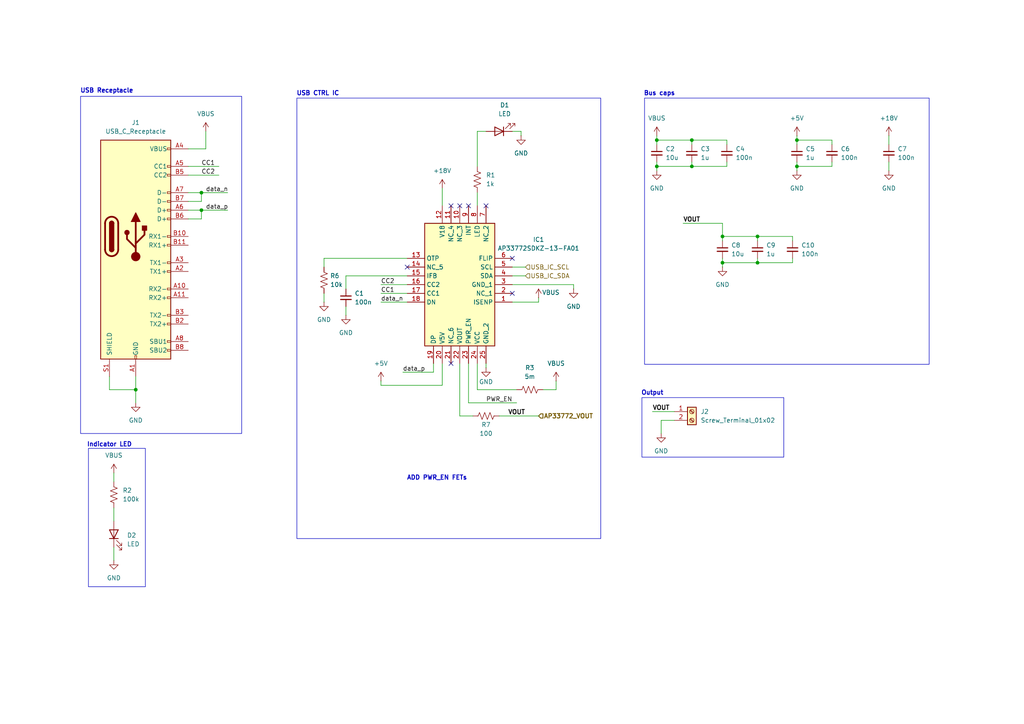
<source format=kicad_sch>
(kicad_sch (version 20250114) (generator "eeschema") (generator_version "9.0")
  (paper "A4")
  (lib_symbols
    (symbol "AP33772SDKZ-13-FA01:AP33772SDKZ-13-FA01"
      (property "Reference" "IC" (at 26.67 17.78 0))
      (property "Value" "AP33772SDKZ-13-FA01" (at 26.67 15.24 0))
      (symbol "AP33772SDKZ-13-FA01_1_1"
        (rectangle (start 5.08 12.7) (end 25.4 -22.86) (stroke (width 0.254)) (fill (type background)))
        (pin passive line (at 0 0 0) (length 5.08) (name "ISENP") (number "1"))
        (pin passive line (at 0 -2.54 0) (length 5.08) (name "NC_1") (number "2"))
        (pin passive line (at 0 -5.08 0) (length 5.08) (name "GND_1") (number "3"))
        (pin passive line (at 0 -7.62 0) (length 5.08) (name "SDA") (number "4"))
        (pin passive line (at 0 -10.16 0) (length 5.08) (name "SCL") (number "5"))
        (pin passive line (at 0 -12.7 0) (length 5.08) (name "FLIP") (number "6"))
        (pin passive line (at 7.62 17.78 270) (length 5.08) (name "GND_2") (number "25"))
        (pin passive line (at 7.62 -27.94 90) (length 5.08) (name "NC_2") (number "7"))
        (pin passive line (at 10.16 17.78 270) (length 5.08) (name "VCC") (number "24"))
        (pin passive line (at 10.16 -27.94 90) (length 5.08) (name "LED") (number "8"))
        (pin passive line (at 12.7 17.78 270) (length 5.08) (name "PWR_EN") (number "23"))
        (pin passive line (at 12.7 -27.94 90) (length 5.08) (name "INT") (number "9"))
        (pin passive line (at 15.24 17.78 270) (length 5.08) (name "VOUT") (number "22"))
        (pin passive line (at 15.24 -27.94 90) (length 5.08) (name "NC_3") (number "10"))
        (pin passive line (at 17.78 17.78 270) (length 5.08) (name "NC_6") (number "21"))
        (pin passive line (at 17.78 -27.94 90) (length 5.08) (name "NC_4") (number "11"))
        (pin passive line (at 20.32 17.78 270) (length 5.08) (name "V5V") (number "20"))
        (pin passive line (at 20.32 -27.94 90) (length 5.08) (name "V18") (number "12"))
        (pin passive line (at 22.86 17.78 270) (length 5.08) (name "DP") (number "19"))
        (pin passive line (at 30.48 0 180) (length 5.08) (name "DN") (number "18"))
        (pin passive line (at 30.48 -2.54 180) (length 5.08) (name "CC1") (number "17"))
        (pin passive line (at 30.48 -5.08 180) (length 5.08) (name "CC2") (number "16"))
        (pin passive line (at 30.48 -7.62 180) (length 5.08) (name "IFB") (number "15"))
        (pin passive line (at 30.48 -10.16 180) (length 5.08) (name "NC_5") (number "14"))
        (pin passive line (at 30.48 -12.7 180) (length 5.08) (name "OTP") (number "13"))
      )
    )
    (symbol "Connector:Screw_Terminal_01x02" (pin_names (offset 1.016) (hide yes))
      (property "Reference" "J" (at 0 2.54 0))
      (property "Value" "Screw_Terminal_01x02" (at 0 -5.08 0))
      (symbol "Screw_Terminal_01x02_1_1"
        (rectangle (start -1.27 1.27) (end 1.27 -3.81) (stroke (width 0.254)) (fill (type background)))
        (polyline (pts (xy -0.5334 0.3302) (xy 0.3302 -0.508)) (stroke (width 0.1524)))
        (polyline (pts (xy -0.5334 -2.2098) (xy 0.3302 -3.048)) (stroke (width 0.1524)))
        (polyline (pts (xy -0.3556 0.508) (xy 0.508 -0.3302)) (stroke (width 0.1524)))
        (polyline (pts (xy -0.3556 -2.032) (xy 0.508 -2.8702)) (stroke (width 0.1524)))
        (circle (center 0 0) (radius 0.635) (stroke (width 0.1524)))
        (circle (center 0 -2.54) (radius 0.635) (stroke (width 0.1524)))
        (pin passive line (at -5.08 0 0) (length 3.81) (name "Pin_1") (number "1"))
        (pin passive line (at -5.08 -2.54 0) (length 3.81) (name "Pin_2") (number "2"))
      )
    )
    (symbol "Connector:USB_C_Receptacle" (pin_names (offset 1.016))
      (property "Reference" "J" (at -10.16 29.21 0))
      (property "Value" "USB_C_Receptacle" (at 10.16 29.21 0))
      (symbol "USB_C_Receptacle_0_0"
        (rectangle (start -0.254 -35.56) (end 0.254 -34.544))
        (rectangle (start 10.16 25.654) (end 9.144 25.146))
        (rectangle (start 10.16 20.574) (end 9.144 20.066))
        (rectangle (start 10.16 18.034) (end 9.144 17.526))
        (rectangle (start 10.16 12.954) (end 9.144 12.446))
        (rectangle (start 10.16 10.414) (end 9.144 9.906))
        (rectangle (start 10.16 7.874) (end 9.144 7.366))
        (rectangle (start 10.16 5.334) (end 9.144 4.826))
        (rectangle (start 10.16 0.254) (end 9.144 -0.254))
        (rectangle (start 10.16 -2.286) (end 9.144 -2.794))
        (rectangle (start 10.16 -7.366) (end 9.144 -7.874))
        (rectangle (start 10.16 -9.906) (end 9.144 -10.414))
        (rectangle (start 10.16 -14.986) (end 9.144 -15.494))
        (rectangle (start 10.16 -17.526) (end 9.144 -18.034))
        (rectangle (start 10.16 -22.606) (end 9.144 -23.114))
        (rectangle (start 10.16 -25.146) (end 9.144 -25.654))
        (rectangle (start 10.16 -30.226) (end 9.144 -30.734))
        (rectangle (start 10.16 -32.766) (end 9.144 -33.274))
      )
      (symbol "USB_C_Receptacle_0_1"
        (rectangle (start -10.16 27.94) (end 10.16 -35.56) (stroke (width 0.254)) (fill (type background)))
        (polyline (pts (xy -8.89 -3.81) (xy -8.89 3.81)) (stroke (width 0.508)))
        (rectangle (start -7.62 -3.81) (end -6.35 3.81) (stroke (width 0.254)) (fill (type outline)))
        (arc (start -7.62 3.81) (mid -6.985 4.4423) (end -6.35 3.81) (stroke (width 0.254)))
        (arc (start -7.62 3.81) (mid -6.985 4.4423) (end -6.35 3.81) (stroke (width 0.254)) (fill (type outline)))
        (arc (start -8.89 3.81) (mid -6.985 5.7067) (end -5.08 3.81) (stroke (width 0.508)))
        (arc (start -5.08 -3.81) (mid -6.985 -5.7067) (end -8.89 -3.81) (stroke (width 0.508)))
        (arc (start -6.35 -3.81) (mid -6.985 -4.4423) (end -7.62 -3.81) (stroke (width 0.254)))
        (arc (start -6.35 -3.81) (mid -6.985 -4.4423) (end -7.62 -3.81) (stroke (width 0.254)) (fill (type outline)))
        (polyline (pts (xy -5.08 3.81) (xy -5.08 -3.81)) (stroke (width 0.508)))
      )
      (symbol "USB_C_Receptacle_1_1"
        (circle (center -2.54 1.143) (radius 0.635) (stroke (width 0.254)) (fill (type outline)))
        (polyline (pts (xy -1.27 4.318) (xy 0 6.858) (xy 1.27 4.318) (xy -1.27 4.318)) (stroke (width 0.254)) (fill (type outline)))
        (polyline (pts (xy 0 -2.032) (xy 2.54 0.508) (xy 2.54 1.778)) (stroke (width 0.508)))
        (polyline (pts (xy 0 -3.302) (xy -2.54 -0.762) (xy -2.54 0.508)) (stroke (width 0.508)))
        (polyline (pts (xy 0 -5.842) (xy 0 4.318)) (stroke (width 0.508)))
        (circle (center 0 -5.842) (radius 1.27) (fill (type outline)))
        (rectangle (start 1.905 1.778) (end 3.175 3.048) (stroke (width 0.254)) (fill (type outline)))
        (pin passive line (at -7.62 -40.64 90) (length 5.08) (name "SHIELD") (number "S1"))
        (pin passive line (at 0 -40.64 90) (length 5.08) (name "GND") (number "A1"))
        (pin passive line (at 0 -40.64 90) (length 5.08) (hide yes) (name "GND") (number "A12"))
        (pin passive line (at 0 -40.64 90) (length 5.08) (hide yes) (name "GND") (number "B1"))
        (pin passive line (at 0 -40.64 90) (length 5.08) (hide yes) (name "GND") (number "B12"))
        (pin passive line (at 15.24 25.4 180) (length 5.08) (name "VBUS") (number "A4"))
        (pin passive line (at 15.24 25.4 180) (length 5.08) (hide yes) (name "VBUS") (number "A9"))
        (pin passive line (at 15.24 25.4 180) (length 5.08) (hide yes) (name "VBUS") (number "B4"))
        (pin passive line (at 15.24 25.4 180) (length 5.08) (hide yes) (name "VBUS") (number "B9"))
        (pin bidirectional line (at 15.24 20.32 180) (length 5.08) (name "CC1") (number "A5"))
        (pin bidirectional line (at 15.24 17.78 180) (length 5.08) (name "CC2") (number "B5"))
        (pin bidirectional line (at 15.24 12.7 180) (length 5.08) (name "D-") (number "A7"))
        (pin bidirectional line (at 15.24 10.16 180) (length 5.08) (name "D-") (number "B7"))
        (pin bidirectional line (at 15.24 7.62 180) (length 5.08) (name "D+") (number "A6"))
        (pin bidirectional line (at 15.24 5.08 180) (length 5.08) (name "D+") (number "B6"))
        (pin bidirectional line (at 15.24 0 180) (length 5.08) (name "RX1-") (number "B10"))
        (pin bidirectional line (at 15.24 -2.54 180) (length 5.08) (name "RX1+") (number "B11"))
        (pin bidirectional line (at 15.24 -7.62 180) (length 5.08) (name "TX1-") (number "A3"))
        (pin bidirectional line (at 15.24 -10.16 180) (length 5.08) (name "TX1+") (number "A2"))
        (pin bidirectional line (at 15.24 -15.24 180) (length 5.08) (name "RX2-") (number "A10"))
        (pin bidirectional line (at 15.24 -17.78 180) (length 5.08) (name "RX2+") (number "A11"))
        (pin bidirectional line (at 15.24 -22.86 180) (length 5.08) (name "TX2-") (number "B3"))
        (pin bidirectional line (at 15.24 -25.4 180) (length 5.08) (name "TX2+") (number "B2"))
        (pin bidirectional line (at 15.24 -30.48 180) (length 5.08) (name "SBU1") (number "A8"))
        (pin bidirectional line (at 15.24 -33.02 180) (length 5.08) (name "SBU2") (number "B8"))
      )
    )
    (symbol "Device:C_Small" (pin_numbers (hide yes)) (pin_names (offset 0.254) (hide yes))
      (property "Reference" "C" (at 0.254 1.778 0))
      (property "Value" "C_Small" (at 0.254 -2.032 0))
      (symbol "C_Small_0_1"
        (polyline (pts (xy -1.524 0.508) (xy 1.524 0.508)) (stroke (width 0.3048)))
        (polyline (pts (xy -1.524 -0.508) (xy 1.524 -0.508)) (stroke (width 0.3302)))
      )
      (symbol "C_Small_1_1"
        (pin passive line (at 0 2.54 270) (length 2.032) (name "~") (number "1"))
        (pin passive line (at 0 -2.54 90) (length 2.032) (name "~") (number "2"))
      )
    )
    (symbol "Device:LED" (pin_numbers (hide yes)) (pin_names (offset 1.016) (hide yes))
      (property "Reference" "D" (at 0 2.54 0))
      (property "Value" "LED" (at 0 -2.54 0))
      (symbol "LED_0_1"
        (polyline (pts (xy -3.048 -0.762) (xy -4.572 -2.286) (xy -3.81 -2.286) (xy -4.572 -2.286) (xy -4.572 -1.524)))
        (polyline (pts (xy -1.778 -0.762) (xy -3.302 -2.286) (xy -2.54 -2.286) (xy -3.302 -2.286) (xy -3.302 -1.524)))
        (polyline (pts (xy -1.27 0) (xy 1.27 0)))
        (polyline (pts (xy -1.27 -1.27) (xy -1.27 1.27)) (stroke (width 0.254)))
        (polyline (pts (xy 1.27 -1.27) (xy 1.27 1.27) (xy -1.27 0) (xy 1.27 -1.27)) (stroke (width 0.254)))
      )
      (symbol "LED_1_1"
        (pin passive line (at -3.81 0 0) (length 2.54) (name "K") (number "1"))
        (pin passive line (at 3.81 0 180) (length 2.54) (name "A") (number "2"))
      )
    )
    (symbol "Device:R_US" (pin_numbers (hide yes)) (pin_names (offset 0))
      (property "Reference" "R" (at 2.54 0 90))
      (property "Value" "R_US" (at -2.54 0 90))
      (symbol "R_US_0_1"
        (polyline (pts (xy 0 2.286) (xy 0 2.54)))
        (polyline (pts (xy 0 2.286) (xy 1.016 1.905) (xy 0 1.524) (xy -1.016 1.143) (xy 0 0.762)))
        (polyline (pts (xy 0 0.762) (xy 1.016 0.381) (xy 0 0) (xy -1.016 -0.381) (xy 0 -0.762)))
        (polyline (pts (xy 0 -0.762) (xy 1.016 -1.143) (xy 0 -1.524) (xy -1.016 -1.905) (xy 0 -2.286)))
        (polyline (pts (xy 0 -2.286) (xy 0 -2.54)))
      )
      (symbol "R_US_1_1"
        (pin passive line (at 0 3.81 270) (length 1.27) (name "~") (number "1"))
        (pin passive line (at 0 -3.81 90) (length 1.27) (name "~") (number "2"))
      )
    )
    (symbol "power:+5V" (power) (pin_numbers (hide yes)) (pin_names (offset 0) (hide yes))
      (property "Value" "+5V" (at 0 3.556 0))
      (symbol "+5V_0_1"
        (polyline (pts (xy -0.762 1.27) (xy 0 2.54)))
        (polyline (pts (xy 0 2.54) (xy 0.762 1.27)))
        (polyline (pts (xy 0 0) (xy 0 2.54)))
      )
      (symbol "+5V_1_1"
        (pin power_in line (at 0 0 90) (length 0) (name "~") (number "1"))
      )
    )
    (symbol "power:GND" (power) (pin_numbers (hide yes)) (pin_names (offset 0) (hide yes))
      (property "Value" "GND" (at 0 -3.81 0))
      (symbol "GND_0_1"
        (polyline (pts (xy 0 0) (xy 0 -1.27) (xy 1.27 -1.27) (xy 0 -2.54) (xy -1.27 -1.27) (xy 0 -1.27)))
      )
      (symbol "GND_1_1"
        (pin power_in line (at 0 0 270) (length 0) (name "~") (number "1"))
      )
    )
    (symbol "power:VBUS" (power) (pin_numbers (hide yes)) (pin_names (offset 0) (hide yes))
      (property "Value" "VBUS" (at 0 3.556 0))
      (symbol "VBUS_0_1"
        (polyline (pts (xy -0.762 1.27) (xy 0 2.54)))
        (polyline (pts (xy 0 2.54) (xy 0.762 1.27)))
        (polyline (pts (xy 0 0) (xy 0 2.54)))
      )
      (symbol "VBUS_1_1"
        (pin power_in line (at 0 0 90) (length 0) (name "~") (number "1"))
      )
    )
  )
  (rectangle (start 23.368 27.94) (end 70.104 125.73))
  (rectangle (start 25.654 130.048) (end 42.164 170.18))
  (rectangle (start 186.182 115.316) (end 227.33 132.588))
  (rectangle (start 186.944 28.448) (end 269.494 105.664))
  (rectangle (start 86.106 28.448) (end 174.244 156.21))
  (text "ADD PWR_EN FETs\n" (at 126.746 138.684 0) (effects (font (size 1.27 1.27) (thickness 0.254) (bold yes))))
  (text "USB Receptacle\n" (at 30.988 26.416 0) (effects (font (size 1.27 1.27) (thickness 0.254) (bold yes))))
  (text "Indicator LED\n" (at 31.75 129.032 0) (effects (font (size 1.27 1.27) (thickness 0.254) (bold yes))))
  (text "Bus caps\n\n" (at 191.262 28.194 0) (effects (font (size 1.27 1.27) (thickness 0.254) (bold yes))))
  (text "USB CTRL IC\n" (at 92.202 27.178 0) (effects (font (size 1.27 1.27) (thickness 0.254) (bold yes))))
  (text "Output\n\n" (at 189.23 115.062 0) (effects (font (size 1.27 1.27) (thickness 0.254) (bold yes))))
  (junction (at 231.14 48.26))
  (junction (at 200.66 40.64))
  (junction (at 231.14 40.64))
  (junction (at 39.37 113.03))
  (junction (at 219.71 76.2))
  (junction (at 219.71 68.58))
  (junction (at 209.55 76.2))
  (junction (at 190.5 48.26))
  (junction (at 200.66 48.26))
  (junction (at 190.5 40.64))
  (junction (at 58.42 55.88))
  (junction (at 58.42 60.96))
  (junction (at 209.55 68.58))
  (no_connect (at 130.81 105.41))
  (no_connect (at 140.97 59.69))
  (no_connect (at 130.81 59.69))
  (no_connect (at 133.35 59.69))
  (no_connect (at 148.59 74.93))
  (no_connect (at 135.89 59.69))
  (no_connect (at 148.59 85.09))
  (no_connect (at 118.11 77.47))
  (wire (pts (xy 59.69 43.18) (xy 54.61 43.18)))
  (wire (pts (xy 110.49 82.55) (xy 118.11 82.55)))
  (wire (pts (xy 118.11 74.93) (xy 93.98 74.93)))
  (wire (pts (xy 54.61 63.5) (xy 58.42 63.5)))
  (wire (pts (xy 257.81 46.99) (xy 257.81 49.53)))
  (wire (pts (xy 257.81 39.37) (xy 257.81 41.91)))
  (wire (pts (xy 190.5 40.64) (xy 200.66 40.64)))
  (wire (pts (xy 110.49 85.09) (xy 118.11 85.09)))
  (wire (pts (xy 209.55 68.58) (xy 219.71 68.58)))
  (wire (pts (xy 54.61 60.96) (xy 58.42 60.96)))
  (wire (pts (xy 133.35 120.65) (xy 137.16 120.65)))
  (wire (pts (xy 110.49 111.76) (xy 128.27 111.76)))
  (wire (pts (xy 148.59 80.01) (xy 152.4 80.01)))
  (wire (pts (xy 138.43 38.1) (xy 138.43 48.26)))
  (wire (pts (xy 128.27 111.76) (xy 128.27 105.41)))
  (wire (pts (xy 100.33 80.01) (xy 100.33 83.82)))
  (wire (pts (xy 200.66 48.26) (xy 210.82 48.26)))
  (wire (pts (xy 116.84 107.95) (xy 125.73 107.95)))
  (wire (pts (xy 33.02 137.16) (xy 33.02 139.7)))
  (wire (pts (xy 231.14 40.64) (xy 241.3 40.64)))
  (wire (pts (xy 58.42 58.42) (xy 54.61 58.42)))
  (wire (pts (xy 191.77 121.92) (xy 191.77 125.73)))
  (wire (pts (xy 54.61 48.26) (xy 63.5 48.26)))
  (wire (pts (xy 241.3 40.64) (xy 241.3 41.91)))
  (wire (pts (xy 219.71 68.58) (xy 229.87 68.58)))
  (wire (pts (xy 58.42 55.88) (xy 66.04 55.88)))
  (wire (pts (xy 195.58 121.92) (xy 191.77 121.92)))
  (wire (pts (xy 200.66 40.64) (xy 200.66 41.91)))
  (wire (pts (xy 166.37 82.55) (xy 148.59 82.55)))
  (wire (pts (xy 138.43 105.41) (xy 138.43 113.03)))
  (wire (pts (xy 144.78 120.65) (xy 156.21 120.65)))
  (wire (pts (xy 231.14 39.37) (xy 231.14 40.64)))
  (wire (pts (xy 219.71 68.58) (xy 219.71 69.85)))
  (wire (pts (xy 200.66 40.64) (xy 210.82 40.64)))
  (wire (pts (xy 148.59 87.63) (xy 156.21 87.63)))
  (wire (pts (xy 209.55 76.2) (xy 209.55 77.47)))
  (wire (pts (xy 135.89 105.41) (xy 135.89 116.84)))
  (wire (pts (xy 58.42 60.96) (xy 58.42 63.5)))
  (wire (pts (xy 58.42 55.88) (xy 58.42 58.42)))
  (wire (pts (xy 58.42 60.96) (xy 66.04 60.96)))
  (wire (pts (xy 59.69 38.1) (xy 59.69 43.18)))
  (wire (pts (xy 148.59 38.1) (xy 151.13 38.1)))
  (wire (pts (xy 209.55 64.77) (xy 209.55 68.58)))
  (wire (pts (xy 219.71 76.2) (xy 229.87 76.2)))
  (wire (pts (xy 100.33 88.9) (xy 100.33 91.44)))
  (wire (pts (xy 229.87 76.2) (xy 229.87 74.93)))
  (wire (pts (xy 198.12 64.77) (xy 209.55 64.77)))
  (wire (pts (xy 151.13 38.1) (xy 151.13 39.37)))
  (wire (pts (xy 200.66 46.99) (xy 200.66 48.26)))
  (wire (pts (xy 190.5 40.64) (xy 190.5 41.91)))
  (wire (pts (xy 54.61 55.88) (xy 58.42 55.88)))
  (wire (pts (xy 39.37 113.03) (xy 39.37 116.84)))
  (wire (pts (xy 209.55 76.2) (xy 219.71 76.2)))
  (wire (pts (xy 210.82 40.64) (xy 210.82 41.91)))
  (wire (pts (xy 231.14 46.99) (xy 231.14 48.26)))
  (wire (pts (xy 161.29 110.49) (xy 161.29 113.03)))
  (wire (pts (xy 166.37 83.82) (xy 166.37 82.55)))
  (wire (pts (xy 189.23 119.38) (xy 195.58 119.38)))
  (wire (pts (xy 93.98 74.93) (xy 93.98 77.47)))
  (wire (pts (xy 209.55 74.93) (xy 209.55 76.2)))
  (wire (pts (xy 241.3 46.99) (xy 241.3 48.26)))
  (wire (pts (xy 125.73 105.41) (xy 125.73 107.95)))
  (wire (pts (xy 93.98 85.09) (xy 93.98 87.63)))
  (wire (pts (xy 31.75 109.22) (xy 31.75 113.03)))
  (wire (pts (xy 31.75 113.03) (xy 39.37 113.03)))
  (wire (pts (xy 110.49 110.49) (xy 110.49 111.76)))
  (wire (pts (xy 229.87 68.58) (xy 229.87 69.85)))
  (wire (pts (xy 231.14 40.64) (xy 231.14 41.91)))
  (wire (pts (xy 190.5 46.99) (xy 190.5 48.26)))
  (wire (pts (xy 140.97 38.1) (xy 138.43 38.1)))
  (wire (pts (xy 33.02 147.32) (xy 33.02 151.13)))
  (wire (pts (xy 138.43 113.03) (xy 149.86 113.03)))
  (wire (pts (xy 157.48 113.03) (xy 161.29 113.03)))
  (wire (pts (xy 128.27 54.61) (xy 128.27 59.69)))
  (wire (pts (xy 209.55 68.58) (xy 209.55 69.85)))
  (wire (pts (xy 231.14 48.26) (xy 241.3 48.26)))
  (wire (pts (xy 110.49 87.63) (xy 118.11 87.63)))
  (wire (pts (xy 156.21 86.36) (xy 156.21 87.63)))
  (wire (pts (xy 39.37 109.22) (xy 39.37 113.03)))
  (wire (pts (xy 118.11 80.01) (xy 100.33 80.01)))
  (wire (pts (xy 54.61 50.8) (xy 63.5 50.8)))
  (wire (pts (xy 190.5 39.37) (xy 190.5 40.64)))
  (wire (pts (xy 219.71 74.93) (xy 219.71 76.2)))
  (wire (pts (xy 231.14 48.26) (xy 231.14 49.53)))
  (wire (pts (xy 140.97 106.68) (xy 140.97 105.41)))
  (wire (pts (xy 138.43 55.88) (xy 138.43 59.69)))
  (wire (pts (xy 190.5 48.26) (xy 200.66 48.26)))
  (wire (pts (xy 133.35 105.41) (xy 133.35 120.65)))
  (wire (pts (xy 210.82 48.26) (xy 210.82 46.99)))
  (wire (pts (xy 148.59 77.47) (xy 152.4 77.47)))
  (wire (pts (xy 33.02 158.75) (xy 33.02 162.56)))
  (wire (pts (xy 135.89 116.84) (xy 149.86 116.84)))
  (wire (pts (xy 190.5 48.26) (xy 190.5 49.53)))
  (label "CC1" (at 110.49 85.09 0))
  (label "VOUT" (at 147.32 120.65 0) (effects (font (thickness 0.254) (bold yes))))
  (label "VOUT" (at 198.12 64.77 0) (effects (font (thickness 0.254) (bold yes))))
  (label "PWR_EN" (at 140.97 116.84 0))
  (label "data_n" (at 59.69 55.88 0))
  (label "data_p" (at 59.69 60.96 0))
  (label "CC2" (at 58.42 50.8 0))
  (label "data_n" (at 110.49 87.63 0))
  (label "CC2" (at 110.49 82.55 0))
  (label "VOUT" (at 189.23 119.38 0) (effects (font (thickness 0.254) (bold yes))))
  (label "data_p" (at 116.84 107.95 0))
  (label "CC1" (at 58.42 48.26 0))
  (hierarchical_label "USB_IC_SDA" (shape input) (at 152.4 80.01 0))
  (hierarchical_label "USB_IC_SCL" (shape input) (at 152.4 77.47 0))
  (hierarchical_label "AP33772_VOUT" (shape input) (at 156.21 120.65 0) (effects (font (thickness 0.254) (bold yes))))
  (symbol (lib_id "Device:C_Small") (at 210.82 44.45 0) (unit 1)
    (property "Reference" "C4" (at 213.36 43.1862 0) (effects (justify left)))
    (property "Value" "100n" (at 213.36 45.7262 0) (effects (justify left)))
    (property "Description" "Unpolarized capacitor, small symbol" (effects (hide yes)))
  )
  (symbol (lib_id "power:VBUS") (at 161.29 110.49 0) (unit 1)
    (property "Reference" "#PWR011" (effects (hide yes)))
    (property "Value" "VBUS" (at 161.29 105.41 0))
    (property "Description" "Power symbol creates a global label with name \"VBUS\"" (effects (hide yes)))
  )
  (symbol (lib_id "power:GND") (at 257.81 49.53 0) (unit 1)
    (property "Reference" "#PWR017" (effects (hide yes)))
    (property "Value" "GND" (at 257.81 54.61 0))
    (property "Description" "Power symbol creates a global label with name \"GND\" , ground" (effects (hide yes)))
  )
  (symbol (lib_id "power:GND") (at 39.37 116.84 0) (unit 1)
    (property "Reference" "#PWR02" (effects (hide yes)))
    (property "Value" "GND" (at 39.37 121.92 0))
    (property "Description" "Power symbol creates a global label with name \"GND\" , ground" (effects (hide yes)))
  )
  (symbol (lib_id "power:GND") (at 166.37 83.82 0) (unit 1)
    (property "Reference" "#PWR010" (effects (hide yes)))
    (property "Value" "GND" (at 166.37 88.9 0))
    (property "Description" "Power symbol creates a global label with name \"GND\" , ground" (effects (hide yes)))
  )
  (symbol (lib_id "power:GND") (at 190.5 49.53 0) (unit 1)
    (property "Reference" "#PWR08" (effects (hide yes)))
    (property "Value" "GND" (at 190.5 54.61 0))
    (property "Description" "Power symbol creates a global label with name \"GND\" , ground" (effects (hide yes)))
  )
  (symbol (lib_id "Device:R_US") (at 93.98 81.28 0) (unit 1)
    (property "Reference" "R6" (at 95.758 80.01 0) (effects (justify left)))
    (property "Value" "10k" (at 95.758 82.55 0) (effects (justify left)))
    (property "Description" "Resistor, US symbol" (effects (hide yes)))
  )
  (symbol (lib_id "Device:C_Small") (at 190.5 44.45 0) (unit 1)
    (property "Reference" "C2" (at 193.04 43.1862 0) (effects (justify left)))
    (property "Value" "10u" (at 193.04 45.7262 0) (effects (justify left)))
    (property "Description" "Unpolarized capacitor, small symbol" (effects (hide yes)))
  )
  (symbol (lib_id "power:GND") (at 191.77 125.73 0) (unit 1)
    (property "Reference" "#PWR021" (effects (hide yes)))
    (property "Value" "GND" (at 191.77 130.81 0))
    (property "Description" "Power symbol creates a global label with name \"GND\" , ground" (effects (hide yes)))
  )
  (symbol (lib_id "Device:C_Small") (at 219.71 72.39 0) (unit 1)
    (property "Reference" "C9" (at 222.25 71.1262 0) (effects (justify left)))
    (property "Value" "1u" (at 222.25 73.6662 0) (effects (justify left)))
    (property "Description" "Unpolarized capacitor, small symbol" (effects (hide yes)))
  )
  (symbol (lib_id "Device:C_Small") (at 241.3 44.45 0) (unit 1)
    (property "Reference" "C6" (at 243.84 43.1862 0) (effects (justify left)))
    (property "Value" "100n" (at 243.84 45.7262 0) (effects (justify left)))
    (property "Description" "Unpolarized capacitor, small symbol" (effects (hide yes)))
  )
  (symbol (lib_id "power:+5V") (at 110.49 110.49 0) (unit 1)
    (property "Reference" "#PWR04" (effects (hide yes)))
    (property "Value" "+5V" (at 110.49 105.41 0))
    (property "Description" "Power symbol creates a global label with name \"+5V\"" (effects (hide yes)))
  )
  (symbol (lib_id "AP33772SDKZ-13-FA01:AP33772SDKZ-13-FA01") (at 148.59 87.63 180) (unit 1)
    (property "Reference" "IC1" (at 156.21 69.4846 0))
    (property "Value" "AP33772SDKZ-13-FA01" (at 156.21 72.0246 0))
    (property "Footprint" "AP33772SDKZ13FA01" (effects (hide yes)))
    (property "Datasheet" "https://www.diodes.com/datasheet/download/AP33772S.pdf" (effects (hide yes)))
    (property "Description" "USB, Type-C Controller PMIC W-QFN4040-24 (Type A1)" (effects (hide yes)))
    (property "Height" "0.8" (effects (hide yes)))
    (property "Mouser Part Number" "621-P33772SDKZ13FA01" (effects (hide yes)))
    (property "Mouser Price/Stock" "https://www.mouser.co.uk/ProductDetail/Diodes-Incorporated/AP33772SDKZ-13-FA01?qs=2wMNvWM5ZX4CLYQ4%252BLyimw%3D%3D" (effects (hide yes)))
    (property "Manufacturer_Name" "Diodes Incorporated" (effects (hide yes)))
    (property "Manufacturer_Part_Number" "AP33772SDKZ-13-FA01" (effects (hide yes)))
  )
  (symbol (lib_id "Device:R_US") (at 33.02 143.51 0) (unit 1)
    (property "Reference" "R2" (at 35.56 142.2399 0) (effects (justify left)))
    (property "Value" "100k" (at 35.56 144.7799 0) (effects (justify left)))
    (property "Description" "Resistor, US symbol" (effects (hide yes)))
  )
  (symbol (lib_id "power:+5V") (at 231.14 39.37 0) (unit 1)
    (property "Reference" "#PWR013" (effects (hide yes)))
    (property "Value" "+5V" (at 231.14 34.29 0))
    (property "Description" "Power symbol creates a global label with name \"+5V\"" (effects (hide yes)))
  )
  (symbol (lib_id "Device:R_US") (at 153.67 113.03 270) (unit 1)
    (property "Reference" "R3" (at 153.67 106.68 90))
    (property "Value" "5m" (at 153.67 109.22 90))
    (property "Description" "Resistor, US symbol" (effects (hide yes)))
  )
  (symbol (lib_id "Device:LED") (at 144.78 38.1 180) (unit 1)
    (property "Reference" "D1" (at 146.3675 30.48 0))
    (property "Value" "LED" (at 146.3675 33.02 0))
    (property "Description" "Light emitting diode" (effects (hide yes)))
    (property "Sim.Pins" "1=K 2=A" (effects (hide yes)))
  )
  (symbol (lib_id "power:VBUS") (at 156.21 86.36 0) (unit 1)
    (property "Reference" "#PWR020" (effects (hide yes)))
    (property "Value" "VBUS" (at 159.766 84.836 0))
    (property "Description" "Power symbol creates a global label with name \"VBUS\"" (effects (hide yes)))
  )
  (symbol (lib_id "power:GND") (at 151.13 39.37 0) (unit 1)
    (property "Reference" "#PWR03" (effects (hide yes)))
    (property "Value" "GND" (at 151.13 44.45 0))
    (property "Description" "Power symbol creates a global label with name \"GND\" , ground" (effects (hide yes)))
  )
  (symbol (lib_id "Device:R_US") (at 140.97 120.65 270) (unit 1)
    (property "Reference" "R7" (at 140.97 123.19 90))
    (property "Value" "100" (at 140.97 125.73 90))
    (property "Description" "Resistor, US symbol" (effects (hide yes)))
  )
  (symbol (lib_id "power:GND") (at 209.55 77.47 0) (unit 1)
    (property "Reference" "#PWR022" (effects (hide yes)))
    (property "Value" "GND" (at 209.55 82.55 0))
    (property "Description" "Power symbol creates a global label with name \"GND\" , ground" (effects (hide yes)))
  )
  (symbol (lib_id "Device:R_US") (at 138.43 52.07 0) (unit 1)
    (property "Reference" "R1" (at 140.97 50.7999 0) (effects (justify left)))
    (property "Value" "1k" (at 140.97 53.3399 0) (effects (justify left)))
    (property "Description" "Resistor, US symbol" (effects (hide yes)))
  )
  (symbol (lib_id "power:VBUS") (at 190.5 39.37 0) (unit 1)
    (property "Reference" "#PWR07" (effects (hide yes)))
    (property "Value" "VBUS" (at 190.5 34.29 0))
    (property "Description" "Power symbol creates a global label with name \"VBUS\"" (effects (hide yes)))
  )
  (symbol (lib_id "power:GND") (at 100.33 91.44 0) (unit 1)
    (property "Reference" "#PWR018" (effects (hide yes)))
    (property "Value" "GND" (at 100.33 96.52 0))
    (property "Description" "Power symbol creates a global label with name \"GND\" , ground" (effects (hide yes)))
  )
  (symbol (lib_id "Device:C_Small") (at 200.66 44.45 0) (unit 1)
    (property "Reference" "C3" (at 203.2 43.1862 0) (effects (justify left)))
    (property "Value" "1u" (at 203.2 45.7262 0) (effects (justify left)))
    (property "Description" "Unpolarized capacitor, small symbol" (effects (hide yes)))
  )
  (symbol (lib_id "power:VBUS") (at 59.69 38.1 0) (unit 1)
    (property "Reference" "#PWR01" (effects (hide yes)))
    (property "Value" "VBUS" (at 59.69 33.02 0))
    (property "Description" "Power symbol creates a global label with name \"VBUS\"" (effects (hide yes)))
  )
  (symbol (lib_id "power:GND") (at 140.97 106.68 0) (unit 1)
    (property "Reference" "#PWR09" (effects (hide yes)))
    (property "Value" "GND" (at 140.97 110.744 0))
    (property "Description" "Power symbol creates a global label with name \"GND\" , ground" (effects (hide yes)))
  )
  (symbol (lib_id "Connector:Screw_Terminal_01x02") (at 200.66 119.38 0) (unit 1)
    (property "Reference" "J2" (at 203.2 119.3799 0) (effects (justify left)))
    (property "Value" "Screw_Terminal_01x02" (at 203.2 121.9199 0) (effects (justify left)))
    (property "Description" "Generic screw terminal, single row, 01x02, script generated (kicad-library-utils/schlib/autogen/connector/)" (effects (hide yes)))
  )
  (symbol (lib_id "power:GND") (at 33.02 162.56 0) (unit 1)
    (property "Reference" "#PWR06" (effects (hide yes)))
    (property "Value" "GND" (at 33.02 167.64 0))
    (property "Description" "Power symbol creates a global label with name \"GND\" , ground" (effects (hide yes)))
  )
  (symbol (lib_id "Device:LED") (at 33.02 154.94 90) (unit 1)
    (property "Reference" "D2" (at 36.83 155.2574 90) (effects (justify right)))
    (property "Value" "LED" (at 36.83 157.7974 90) (effects (justify right)))
    (property "Description" "Light emitting diode" (effects (hide yes)))
    (property "Sim.Pins" "1=K 2=A" (effects (hide yes)))
  )
  (symbol (lib_id "Device:C_Small") (at 257.81 44.45 0) (unit 1)
    (property "Reference" "C7" (at 260.35 43.1862 0) (effects (justify left)))
    (property "Value" "100n" (at 260.35 45.7262 0) (effects (justify left)))
    (property "Description" "Unpolarized capacitor, small symbol" (effects (hide yes)))
  )
  (symbol (lib_id "Connector:USB_C_Receptacle") (at 39.37 68.58 0) (unit 1)
    (property "Reference" "J1" (at 39.37 35.56 0))
    (property "Value" "USB_C_Receptacle" (at 39.37 38.1 0))
    (property "Datasheet" "https://www.usb.org/sites/default/files/documents/usb_type-c.zip" (effects (hide yes)))
    (property "Description" "USB Full-Featured Type-C Receptacle connector" (effects (hide yes)))
  )
  (symbol (lib_id "Device:C_Small") (at 231.14 44.45 0) (unit 1)
    (property "Reference" "C5" (at 233.68 43.1862 0) (effects (justify left)))
    (property "Value" "1u" (at 233.68 45.7262 0) (effects (justify left)))
    (property "Description" "Unpolarized capacitor, small symbol" (effects (hide yes)))
  )
  (symbol (lib_id "Device:C_Small") (at 229.87 72.39 0) (unit 1)
    (property "Reference" "C10" (at 232.41 71.1262 0) (effects (justify left)))
    (property "Value" "100n" (at 232.41 73.6662 0) (effects (justify left)))
    (property "Description" "Unpolarized capacitor, small symbol" (effects (hide yes)))
  )
  (symbol (lib_id "power:+5V") (at 128.27 54.61 0) (unit 1)
    (property "Reference" "#PWR015" (effects (hide yes)))
    (property "Value" "+18V" (at 128.27 49.53 0))
    (property "Description" "Power symbol creates a global label with name \"+5V\"" (effects (hide yes)))
  )
  (symbol (lib_id "power:GND") (at 93.98 87.63 0) (unit 1)
    (property "Reference" "#PWR019" (effects (hide yes)))
    (property "Value" "GND" (at 93.98 92.71 0))
    (property "Description" "Power symbol creates a global label with name \"GND\" , ground" (effects (hide yes)))
  )
  (symbol (lib_id "power:+5V") (at 257.81 39.37 0) (unit 1)
    (property "Reference" "#PWR016" (effects (hide yes)))
    (property "Value" "+18V" (at 257.81 34.29 0))
    (property "Description" "Power symbol creates a global label with name \"+5V\"" (effects (hide yes)))
  )
  (symbol (lib_id "Device:C_Small") (at 100.33 86.36 0) (unit 1)
    (property "Reference" "C1" (at 102.87 85.0962 0) (effects (justify left)))
    (property "Value" "100n" (at 102.87 87.6362 0) (effects (justify left)))
    (property "Description" "Unpolarized capacitor, small symbol" (effects (hide yes)))
  )
  (symbol (lib_id "power:GND") (at 231.14 49.53 0) (unit 1)
    (property "Reference" "#PWR014" (effects (hide yes)))
    (property "Value" "GND" (at 231.14 54.61 0))
    (property "Description" "Power symbol creates a global label with name \"GND\" , ground" (effects (hide yes)))
  )
  (symbol (lib_id "Device:C_Small") (at 209.55 72.39 0) (unit 1)
    (property "Reference" "C8" (at 212.09 71.1262 0) (effects (justify left)))
    (property "Value" "10u" (at 212.09 73.6662 0) (effects (justify left)))
    (property "Description" "Unpolarized capacitor, small symbol" (effects (hide yes)))
  )
  (symbol (lib_id "power:VBUS") (at 33.02 137.16 0) (unit 1)
    (property "Reference" "#PWR05" (effects (hide yes)))
    (property "Value" "VBUS" (at 33.02 132.08 0))
    (property "Description" "Power symbol creates a global label with name \"VBUS\"" (effects (hide yes)))
  )
)
</source>
